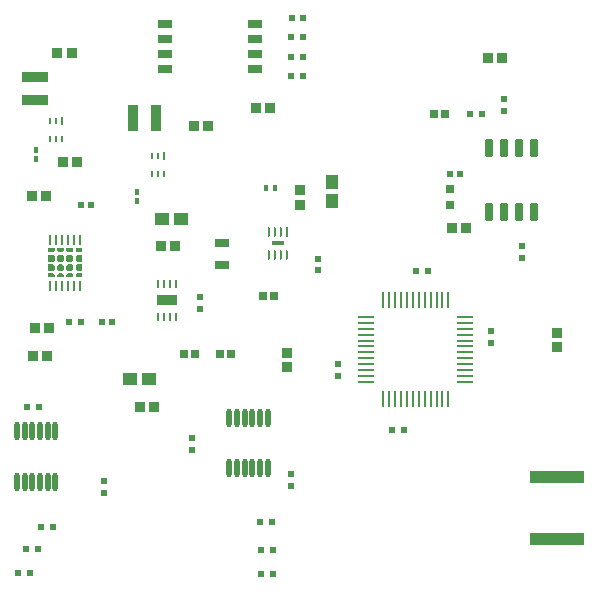
<source format=gbp>
G04*
G04 #@! TF.GenerationSoftware,Altium Limited,Altium Designer,24.9.1 (31)*
G04*
G04 Layer_Color=128*
%FSLAX25Y25*%
%MOIN*%
G70*
G04*
G04 #@! TF.SameCoordinates,E493A569-BD46-4AD9-B400-18CC68C2C09C*
G04*
G04*
G04 #@! TF.FilePolarity,Positive*
G04*
G01*
G75*
%ADD20R,0.17953X0.03937*%
%ADD28R,0.01968X0.01968*%
%ADD29R,0.02047X0.02047*%
%ADD60R,0.02362X0.01968*%
%ADD61R,0.04355X0.05138*%
%ADD62R,0.01968X0.02362*%
%ADD63R,0.09055X0.03347*%
%ADD64R,0.00787X0.02638*%
%ADD65O,0.00787X0.02638*%
%ADD66R,0.01772X0.01968*%
%ADD67R,0.04724X0.03150*%
%ADD68R,0.01575X0.01968*%
%ADD69R,0.03563X0.03568*%
%ADD70O,0.01772X0.06299*%
G04:AMPARAMS|DCode=71|XSize=33.22mil|YSize=9.55mil|CornerRadius=4.77mil|HoleSize=0mil|Usage=FLASHONLY|Rotation=270.000|XOffset=0mil|YOffset=0mil|HoleType=Round|Shape=RoundedRectangle|*
%AMROUNDEDRECTD71*
21,1,0.03322,0.00000,0,0,270.0*
21,1,0.02367,0.00955,0,0,270.0*
1,1,0.00955,0.00000,-0.01184*
1,1,0.00955,0.00000,0.01184*
1,1,0.00955,0.00000,0.01184*
1,1,0.00955,0.00000,-0.01184*
%
%ADD71ROUNDEDRECTD71*%
%ADD72R,0.03347X0.09055*%
%ADD73R,0.00981X0.03169*%
%ADD75R,0.02362X0.02165*%
%ADD76R,0.01100X0.05300*%
%ADD77R,0.05300X0.01100*%
%ADD78R,0.03568X0.03563*%
%ADD79R,0.02816X0.02648*%
%ADD80R,0.01968X0.01968*%
%ADD81R,0.02756X0.02756*%
%ADD82R,0.05000X0.02992*%
G04:AMPARAMS|DCode=83|XSize=23.62mil|YSize=57.09mil|CornerRadius=2.01mil|HoleSize=0mil|Usage=FLASHONLY|Rotation=180.000|XOffset=0mil|YOffset=0mil|HoleType=Round|Shape=RoundedRectangle|*
%AMROUNDEDRECTD83*
21,1,0.02362,0.05307,0,0,180.0*
21,1,0.01961,0.05709,0,0,180.0*
1,1,0.00402,-0.00980,0.02653*
1,1,0.00402,0.00980,0.02653*
1,1,0.00402,0.00980,-0.02653*
1,1,0.00402,-0.00980,-0.02653*
%
%ADD83ROUNDEDRECTD83*%
%ADD84R,0.00955X0.03322*%
%ADD86R,0.05138X0.04355*%
G04:AMPARAMS|DCode=88|XSize=29.77mil|YSize=9.55mil|CornerRadius=4.77mil|HoleSize=0mil|Usage=FLASHONLY|Rotation=90.000|XOffset=0mil|YOffset=0mil|HoleType=Round|Shape=RoundedRectangle|*
%AMROUNDEDRECTD88*
21,1,0.02977,0.00000,0,0,90.0*
21,1,0.02022,0.00955,0,0,90.0*
1,1,0.00955,0.00000,0.01011*
1,1,0.00955,0.00000,-0.01011*
1,1,0.00955,0.00000,-0.01011*
1,1,0.00955,0.00000,0.01011*
%
%ADD88ROUNDEDRECTD88*%
%ADD89R,0.00955X0.02977*%
%ADD90R,0.02756X0.02559*%
%ADD101R,0.03834X0.01472*%
%ADD102R,0.07086X0.03778*%
G36*
X23468Y104990D02*
Y106320D01*
X25028D01*
D01*
X25585Y105763D01*
D01*
Y104990D01*
X23468D01*
D02*
G37*
G36*
Y107107D02*
Y109420D01*
X25028D01*
D01*
X25585Y108863D01*
D01*
Y107664D01*
D01*
X25028Y107107D01*
D01*
X23468D01*
D02*
G37*
G36*
X26372Y104990D02*
Y105763D01*
D01*
X26929Y106320D01*
D01*
X28128D01*
D01*
X28685Y105763D01*
D01*
Y104990D01*
X26372D01*
D02*
G37*
G36*
Y107664D02*
Y108863D01*
D01*
X26929Y109420D01*
D01*
X28128D01*
D01*
X28685Y108863D01*
D01*
Y107664D01*
D01*
X28128Y107107D01*
D01*
X26929D01*
D01*
X26372Y107664D01*
D01*
D02*
G37*
G36*
X23468Y110207D02*
Y112520D01*
X25028D01*
D01*
X25585Y111963D01*
D01*
Y110764D01*
D01*
X25028Y110207D01*
D01*
X23468D01*
D02*
G37*
G36*
Y113307D02*
Y114637D01*
X25585D01*
Y113864D01*
D01*
X25028Y113307D01*
D01*
X23468D01*
D02*
G37*
G36*
X26372Y110764D02*
Y111963D01*
D01*
X26929Y112520D01*
D01*
X28128D01*
D01*
X28685Y111963D01*
D01*
Y110764D01*
D01*
X28128Y110207D01*
D01*
X26929D01*
D01*
X26372Y110764D01*
D01*
D02*
G37*
G36*
Y113864D02*
Y114637D01*
X28685D01*
Y113864D01*
D01*
X28128Y113307D01*
D01*
X26929D01*
D01*
X26372Y113864D01*
D01*
D02*
G37*
G36*
X29472Y104990D02*
Y105763D01*
D01*
X30029Y106320D01*
D01*
X31228D01*
D01*
X31785Y105763D01*
D01*
Y104990D01*
X29472D01*
D02*
G37*
G36*
Y107664D02*
Y108863D01*
D01*
X30029Y109420D01*
D01*
X31228D01*
D01*
X31785Y108863D01*
D01*
Y107664D01*
D01*
X31228Y107107D01*
D01*
X30029D01*
D01*
X29472Y107664D01*
D01*
D02*
G37*
G36*
X32572Y104990D02*
Y105763D01*
D01*
X33129Y106320D01*
D01*
X34689D01*
Y104990D01*
X32572D01*
D02*
G37*
G36*
Y107664D02*
Y108863D01*
D01*
X33129Y109420D01*
D01*
X34689D01*
Y107107D01*
X33129D01*
D01*
X32572Y107664D01*
D01*
D02*
G37*
G36*
X29472Y110764D02*
Y111963D01*
D01*
X30029Y112520D01*
D01*
X31228D01*
D01*
X31785Y111963D01*
D01*
Y110764D01*
D01*
X31228Y110207D01*
D01*
X30029D01*
D01*
X29472Y110764D01*
D01*
D02*
G37*
G36*
Y113864D02*
Y114637D01*
X31785D01*
Y113864D01*
D01*
X31228Y113307D01*
D01*
X30029D01*
D01*
X29472Y113864D01*
D01*
D02*
G37*
G36*
X32572Y110764D02*
Y111963D01*
D01*
X33129Y112520D01*
D01*
X34689D01*
Y110207D01*
X33129D01*
D01*
X32572Y110764D01*
D01*
D02*
G37*
G36*
Y113864D02*
Y114637D01*
X34689D01*
Y113307D01*
X33129D01*
D01*
X32572Y113864D01*
D01*
D02*
G37*
D20*
X193000Y17685D02*
D03*
Y38315D02*
D03*
D28*
X16430Y61792D02*
D03*
X20367D02*
D03*
X138031Y54000D02*
D03*
X141969D02*
D03*
X149969Y107000D02*
D03*
X146031D02*
D03*
D29*
X34425Y129000D02*
D03*
X37575D02*
D03*
D60*
X113500Y111261D02*
D03*
Y107324D02*
D03*
X104500Y39469D02*
D03*
Y35531D02*
D03*
X42000Y36968D02*
D03*
Y33031D02*
D03*
X175500Y160500D02*
D03*
Y164437D02*
D03*
D61*
X118000Y136652D02*
D03*
Y130348D02*
D03*
D62*
X104563Y191500D02*
D03*
X108500D02*
D03*
X108468Y185000D02*
D03*
X104532D02*
D03*
X108468Y172000D02*
D03*
X104532D02*
D03*
X108468Y178500D02*
D03*
X104532D02*
D03*
X97968Y23500D02*
D03*
X94032D02*
D03*
X98468Y14000D02*
D03*
X94532D02*
D03*
X164000Y159500D02*
D03*
X167937D02*
D03*
X94532Y6000D02*
D03*
X98468D02*
D03*
X13532Y6292D02*
D03*
X17468D02*
D03*
X16032Y14500D02*
D03*
X19968D02*
D03*
X20952Y21757D02*
D03*
X24888D02*
D03*
X34468Y90000D02*
D03*
X30531D02*
D03*
D63*
X19000Y171839D02*
D03*
Y164161D02*
D03*
D64*
X62075Y145433D02*
D03*
X28000Y157000D02*
D03*
D65*
X58138Y139606D02*
D03*
X60106Y145433D02*
D03*
X58138D02*
D03*
X62075Y139606D02*
D03*
X60106D02*
D03*
X24063Y151173D02*
D03*
X26032Y157000D02*
D03*
X24063D02*
D03*
X28000Y151173D02*
D03*
X26032D02*
D03*
D66*
X19500Y147476D02*
D03*
Y144524D02*
D03*
X53000Y133453D02*
D03*
Y130500D02*
D03*
D67*
X81500Y116336D02*
D03*
Y109249D02*
D03*
D68*
X99075Y134792D02*
D03*
X95925D02*
D03*
D69*
X72136Y155500D02*
D03*
X31263Y179792D02*
D03*
X18237Y78708D02*
D03*
X22966D02*
D03*
X19000Y88000D02*
D03*
X23729D02*
D03*
X22864Y132000D02*
D03*
X18136D02*
D03*
X26534Y179792D02*
D03*
X97364Y161500D02*
D03*
X92636D02*
D03*
X158135Y121500D02*
D03*
X162864D02*
D03*
X170135Y178000D02*
D03*
X174864D02*
D03*
X53936Y61792D02*
D03*
X58665D02*
D03*
X76864Y155500D02*
D03*
X65864Y115500D02*
D03*
X61136D02*
D03*
X33000Y143500D02*
D03*
X28271D02*
D03*
D70*
X94038Y41328D02*
D03*
X96597D02*
D03*
X83802D02*
D03*
X86361D02*
D03*
X88920D02*
D03*
X91479D02*
D03*
X83802Y58257D02*
D03*
X86361D02*
D03*
X88920D02*
D03*
X91479D02*
D03*
X94038D02*
D03*
X96597D02*
D03*
X13022Y36792D02*
D03*
X15581D02*
D03*
X18140D02*
D03*
X20699D02*
D03*
X23258D02*
D03*
X25817D02*
D03*
X13022Y53721D02*
D03*
X15581D02*
D03*
X18140D02*
D03*
X20699D02*
D03*
X23258D02*
D03*
X25817D02*
D03*
D71*
X100984Y120282D02*
D03*
X99016D02*
D03*
X102953Y112302D02*
D03*
X100984D02*
D03*
X99016D02*
D03*
X97047D02*
D03*
Y120282D02*
D03*
D72*
X59339Y158000D02*
D03*
X51661D02*
D03*
D73*
X24158Y117500D02*
D03*
X26126D02*
D03*
X28095D02*
D03*
X30063D02*
D03*
X32032D02*
D03*
X34000D02*
D03*
Y102127D02*
D03*
X32032D02*
D03*
X30063D02*
D03*
X28095D02*
D03*
X26126D02*
D03*
X24158D02*
D03*
D75*
X157327Y139500D02*
D03*
X160673D02*
D03*
X41327Y90000D02*
D03*
X44673D02*
D03*
D76*
X148953Y97450D02*
D03*
X146984D02*
D03*
X145016D02*
D03*
X135173D02*
D03*
Y64550D02*
D03*
X137142D02*
D03*
X139110D02*
D03*
X141079D02*
D03*
X143047D02*
D03*
X145016D02*
D03*
X148953D02*
D03*
X150921D02*
D03*
X152890D02*
D03*
X154858D02*
D03*
X156827D02*
D03*
X146984D02*
D03*
X137142Y97450D02*
D03*
X139110D02*
D03*
X141079D02*
D03*
X143047D02*
D03*
X150921D02*
D03*
X152890D02*
D03*
X154858D02*
D03*
X156827D02*
D03*
D77*
X129550Y91827D02*
D03*
Y80016D02*
D03*
Y78047D02*
D03*
Y72142D02*
D03*
Y70173D02*
D03*
X162450D02*
D03*
Y78047D02*
D03*
Y80016D02*
D03*
Y81984D02*
D03*
Y83953D02*
D03*
Y85921D02*
D03*
Y87890D02*
D03*
X129550Y81984D02*
D03*
Y83953D02*
D03*
X162450Y89858D02*
D03*
Y74110D02*
D03*
Y91827D02*
D03*
Y76079D02*
D03*
Y72142D02*
D03*
X129550Y87890D02*
D03*
Y74110D02*
D03*
Y76079D02*
D03*
Y85921D02*
D03*
Y89858D02*
D03*
D78*
X193000Y86364D02*
D03*
Y81636D02*
D03*
X103000Y79864D02*
D03*
Y75136D02*
D03*
X107500Y134000D02*
D03*
Y129271D02*
D03*
D79*
X152000Y159500D02*
D03*
X155768D02*
D03*
X98884Y98792D02*
D03*
X95116D02*
D03*
D80*
X71500Y51468D02*
D03*
X181500Y111531D02*
D03*
Y115469D02*
D03*
X74000Y98469D02*
D03*
Y94532D02*
D03*
X71500Y47532D02*
D03*
X171000Y83063D02*
D03*
Y87000D02*
D03*
X120000Y72031D02*
D03*
Y75968D02*
D03*
D81*
X157500Y128988D02*
D03*
Y134500D02*
D03*
D82*
X62500Y189500D02*
D03*
Y184500D02*
D03*
Y179500D02*
D03*
Y174500D02*
D03*
X92500D02*
D03*
Y179500D02*
D03*
Y184500D02*
D03*
Y189500D02*
D03*
D83*
X185500Y126772D02*
D03*
X180500D02*
D03*
X175500D02*
D03*
X170500D02*
D03*
X185500Y148228D02*
D03*
X180500D02*
D03*
X175500D02*
D03*
X170500D02*
D03*
D84*
X102953Y120282D02*
D03*
D86*
X50848Y71000D02*
D03*
X57152D02*
D03*
X67652Y124500D02*
D03*
X61348D02*
D03*
D88*
X60199Y102792D02*
D03*
X62168D02*
D03*
X64136D02*
D03*
X66105D02*
D03*
Y91941D02*
D03*
X64136D02*
D03*
X62168D02*
D03*
D89*
X60199D02*
D03*
D90*
X84370Y79500D02*
D03*
X80630D02*
D03*
X72500D02*
D03*
X68760D02*
D03*
D101*
X100000Y116293D02*
D03*
D102*
X63152Y97367D02*
D03*
M02*

</source>
